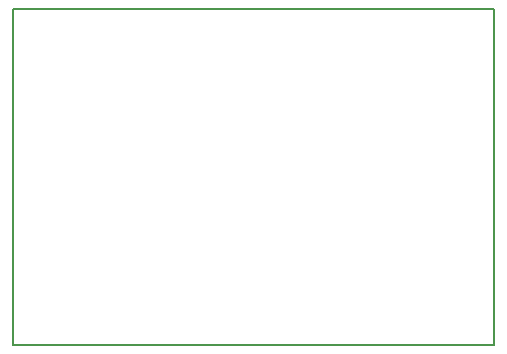
<source format=gbr>
%FSLAX35Y35*%
%MOIN*%
G04 EasyPC Gerber Version 18.0.9 Build 3640 *
%ADD19C,0.00500*%
X0Y0D02*
D02*
D19*
X250Y250D02*
X160750D01*
Y112250*
X250*
Y250*
X0Y0D02*
M02*

</source>
